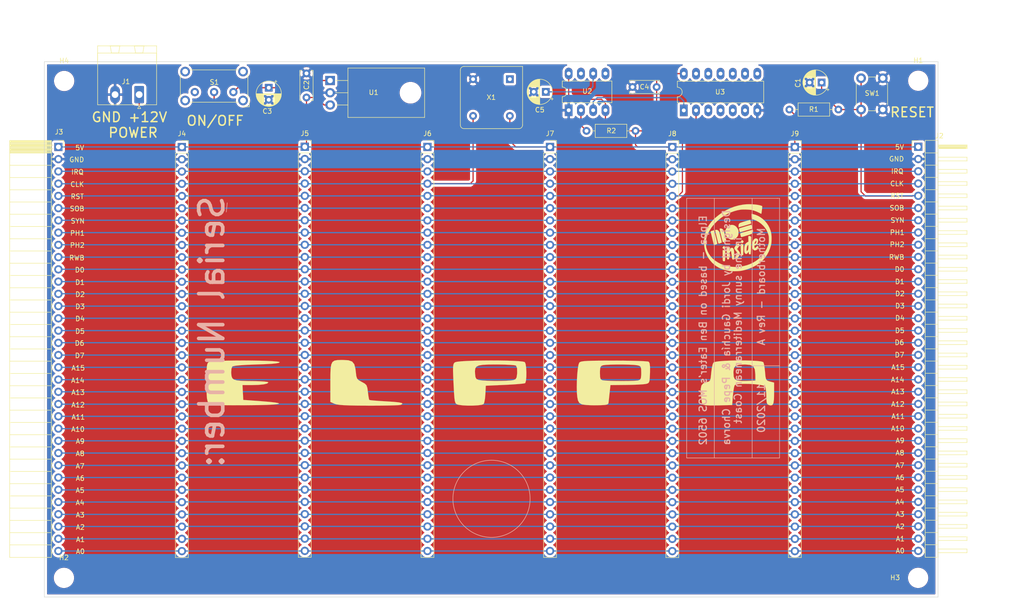
<source format=kicad_pcb>
(kicad_pcb (version 20171130) (host pcbnew "(5.1.5-0)")
  (layers (0 F.Cu signal) (31 B.Cu signal) (34 B.Paste user) (35 F.Paste user) (36 B.SilkS user) (37 F.SilkS user) (38 B.Mask user) (39 F.Mask user) (44 Edge.Cuts user))
  (net 0 "")
  (net 1 /RESET)
  (net 2 GND)
  (net 3 +5V)
  (net 4 "Net-(C3-Pad1)")
  (net 5 "Net-(C5-Pad1)")
  (net 6 "Net-(J1-Pad1)")
  (net 7 /IRQ)
  (net 8 /CLK)
  (net 9 /SOB)
  (net 10 /SYNC)
  (net 11 /PHI1)
  (net 12 /PHI2)
  (net 13 /RWB)
  (net 14 /D0)
  (net 15 /D1)
  (net 16 /D2)
  (net 17 /D3)
  (net 18 /D4)
  (net 19 /D5)
  (net 20 /D6)
  (net 21 /D7)
  (net 22 /A15)
  (net 23 /A14)
  (net 24 /A13)
  (net 25 /A12)
  (net 26 /A11)
  (net 27 /A10)
  (net 28 /A9)
  (net 29 /A8)
  (net 30 /A7)
  (net 31 /A6)
  (net 32 /A5)
  (net 33 /A4)
  (net 34 /A3)
  (net 35 /A2)
  (net 36 /A1)
  (net 37 /A0)
  (net 38 "Net-(R2-Pad1)")
  (net 39 "Net-(U2-Pad3)")
  (module Resistor_THT:R_Axial_DIN0207_L6.3mm_D2.5mm_P10.16mm_Horizontal (layer F.Cu) (at 207.5 59.75 180)
    (fp_text reference R1 (at 5.1 0.05) (layer F.SilkS))
    (fp_text value 1KΩ)
    (pad 1 thru_hole circle (at 0 0 180) (size 1.6 1.6) (drill 0.8) (layers *.Cu *.Mask) (net 1 /RESET))
    (pad 2 thru_hole oval (at 10.16 0 180) (size 1.6 1.6) (drill 0.8) (layers *.Cu *.Mask) (net 3 +5V))
  )
  (module Package_DIP:DIP-14_W7.62mm_LongPads (layer F.Cu) (at 175.45 59.925 90)
    (fp_text reference U3 (at 3.825 7.525 180) (layer F.SilkS))
    (fp_text value 74LS05)
    (pad 1 thru_hole rect (at 0 0 90) (size 2.4 1.6) (drill 0.8) (layers *.Cu *.Mask) (net 39 "Net-(U2-Pad3)"))
    (pad 8 thru_hole oval (at 7.62 15.24 90) (size 2.4 1.6) (drill 0.8) (layers *.Cu *.Mask))
    (pad 2 thru_hole oval (at 0 2.54 90) (size 2.4 1.6) (drill 0.8) (layers *.Cu *.Mask) (net 1 /RESET))
    (pad 9 thru_hole oval (at 7.62 12.7 90) (size 2.4 1.6) (drill 0.8) (layers *.Cu *.Mask))
    (pad 3 thru_hole oval (at 0 5.08 90) (size 2.4 1.6) (drill 0.8) (layers *.Cu *.Mask))
    (pad 10 thru_hole oval (at 7.62 10.16 90) (size 2.4 1.6) (drill 0.8) (layers *.Cu *.Mask))
    (pad 4 thru_hole oval (at 0 7.62 90) (size 2.4 1.6) (drill 0.8) (layers *.Cu *.Mask))
    (pad 11 thru_hole oval (at 7.62 7.62 90) (size 2.4 1.6) (drill 0.8) (layers *.Cu *.Mask))
    (pad 5 thru_hole oval (at 0 10.16 90) (size 2.4 1.6) (drill 0.8) (layers *.Cu *.Mask))
    (pad 12 thru_hole oval (at 7.62 5.08 90) (size 2.4 1.6) (drill 0.8) (layers *.Cu *.Mask))
    (pad 6 thru_hole oval (at 0 12.7 90) (size 2.4 1.6) (drill 0.8) (layers *.Cu *.Mask))
    (pad 13 thru_hole oval (at 7.62 2.54 90) (size 2.4 1.6) (drill 0.8) (layers *.Cu *.Mask))
    (pad 7 thru_hole oval (at 0 15.24 90) (size 2.4 1.6) (drill 0.8) (layers *.Cu *.Mask) (net 2 GND))
    (pad 14 thru_hole oval (at 7.62 0 90) (size 2.4 1.6) (drill 0.8) (layers *.Cu *.Mask) (net 3 +5V))
  )
  (module Package_TO_SOT_THT:TO-220-3_Horizontal_TabDown (layer F.Cu) (at 102.15 53.725 270)
    (fp_text reference U1 (at 2.475 -9.025 180) (layer F.SilkS))
    (fp_text value L7805CV)
    (pad "" np_thru_hole oval (at 2.54 -16.66 270) (size 3.5 3.5) (drill 3.5) (layers *.Cu *.Mask))
    (pad 1 thru_hole rect (at 0 0 270) (size 1.905 2) (drill 1.1) (layers *.Cu *.Mask) (net 4 "Net-(C3-Pad1)"))
    (pad 2 thru_hole oval (at 2.54 0 270) (size 1.905 2) (drill 1.1) (layers *.Cu *.Mask) (net 2 GND))
    (pad 3 thru_hole oval (at 5.08 0 270) (size 1.905 2) (drill 1.1) (layers *.Cu *.Mask) (net 3 +5V))
  )
  (module Capacitor_THT:CP_Radial_D5.0mm_P2.50mm (layer F.Cu) (at 146.85 56.075 180)
    (fp_text reference C5 (at 1.25 -3.75) (layer F.SilkS))
    (fp_text value 0.1µF)
    (pad 2 thru_hole circle (at 2.5 0 180) (size 1.6 1.6) (drill 0.8) (layers *.Cu *.Mask) (net 2 GND))
    (pad 1 thru_hole rect (at 0 0 180) (size 1.6 1.6) (drill 0.8) (layers *.Cu *.Mask) (net 5 "Net-(C5-Pad1)"))
  )
  (module Package_DIP:DIP-8_W7.62mm_LongPads (layer F.Cu) (at 151.595 59.895 90)
    (fp_text reference U2 (at 3.945 3.855 180) (layer F.SilkS))
    (fp_text value LM555CN_NOPB)
    (pad 1 thru_hole rect (at 0 0 90) (size 2.4 1.6) (drill 0.8) (layers *.Cu *.Mask) (net 2 GND))
    (pad 5 thru_hole oval (at 7.62 7.62 90) (size 2.4 1.6) (drill 0.8) (layers *.Cu *.Mask))
    (pad 2 thru_hole oval (at 0 2.54 90) (size 2.4 1.6) (drill 0.8) (layers *.Cu *.Mask) (net 38 "Net-(R2-Pad1)"))
    (pad 6 thru_hole oval (at 7.62 5.08 90) (size 2.4 1.6) (drill 0.8) (layers *.Cu *.Mask) (net 5 "Net-(C5-Pad1)"))
    (pad 3 thru_hole oval (at 0 5.08 90) (size 2.4 1.6) (drill 0.8) (layers *.Cu *.Mask) (net 39 "Net-(U2-Pad3)"))
    (pad 7 thru_hole oval (at 7.62 2.54 90) (size 2.4 1.6) (drill 0.8) (layers *.Cu *.Mask))
    (pad 4 thru_hole oval (at 0 7.62 90) (size 2.4 1.6) (drill 0.8) (layers *.Cu *.Mask) (net 3 +5V))
    (pad 8 thru_hole oval (at 7.62 0 90) (size 2.4 1.6) (drill 0.8) (layers *.Cu *.Mask) (net 3 +5V))
  )
  (module logos:letras2 (layer F.Cu) (at 135.35 116.375)
    (fp_text reference G*** hide)
    (fp_text value LOGO hide)
  )
  (module Button_Switch_THT:SW_PUSH_6mm_H4.3mm (layer F.Cu) (at 216.7 53.25 270)
    (fp_text reference SW1 (at 3.125 2.2 180) (layer F.SilkS))
    (fp_text value SW_Push)
    (pad 2 thru_hole circle (at 0 4.5) (size 2 2) (drill 1.1) (layers *.Cu *.Mask) (net 1 /RESET))
    (pad 1 thru_hole circle (at 0 0) (size 2 2) (drill 1.1) (layers *.Cu *.Mask) (net 2 GND))
    (pad 2 thru_hole circle (at 6.5 4.5) (size 2 2) (drill 1.1) (layers *.Cu *.Mask) (net 1 /RESET))
    (pad 1 thru_hole circle (at 6.5 0) (size 2 2) (drill 1.1) (layers *.Cu *.Mask) (net 2 GND))
  )
  (module logos:logo_mosinside_bueno (layer F.Cu) (at 186.65 86.35)
    (fp_text reference G*** hide)
    (fp_text value LOGO hide)
  )
  (module Button_Switch_THT:SW_E-Switch_EG1224_SPDT_Angled (layer F.Cu) (at 82.1 56.125 180)
    (fp_text reference S1 (at 3.95 2.05) (layer F.SilkS))
    (fp_text value EG1218)
    (pad "" thru_hole circle (at -2 -1.75 180) (size 2 2) (drill 1.2) (layers *.Cu *.Mask))
    (pad "" thru_hole circle (at 10 -1.75 180) (size 2 2) (drill 1.2) (layers *.Cu *.Mask))
    (pad "" thru_hole circle (at 10 4.25 180) (size 2 2) (drill 1.2) (layers *.Cu *.Mask))
    (pad "" thru_hole circle (at -2 4.25 180) (size 2 2) (drill 1.2) (layers *.Cu *.Mask))
    (pad 1 thru_hole circle (at 0 0 180) (size 1.7 1.7) (drill 0.9) (layers *.Cu *.Mask) (net 4 "Net-(C3-Pad1)"))
    (pad 2 thru_hole circle (at 4 0 180) (size 1.7 1.7) (drill 0.9) (layers *.Cu *.Mask) (net 6 "Net-(J1-Pad1)"))
    (pad 3 thru_hole circle (at 8 0 180) (size 1.7 1.7) (drill 0.9) (layers *.Cu *.Mask))
  )
  (module Connector_Phoenix_MSTB:PhoenixContact_MSTBA_2,5_2-G_1x02_P5.00mm_Horizontal (layer F.Cu) (at 62.575 56.65 180)
    (fp_text reference J1 (at 2.75 2.7) (layer F.SilkS))
    (fp_text value Screw_Terminal_01x02)
    (pad 1 thru_hole roundrect (at 0 0 180) (size 2 3.6) (drill 1.4) (layers *.Cu *.Mask) (roundrect_rratio 0.125) (net 6 "Net-(J1-Pad1)"))
    (pad 2 thru_hole oval (at 5 0 180) (size 2 3.6) (drill 1.4) (layers *.Cu *.Mask) (net 2 GND))
  )
  (module Capacitor_THT:C_Disc_D6.0mm_W2.5mm_P5.00mm (layer F.Cu) (at 97.25 57.25 90)
    (fp_text reference C2 (at 2.575 0 270) (layer F.SilkS))
    (fp_text value 100µF)
    (pad 1 thru_hole circle (at 0 0 90) (size 1.6 1.6) (drill 0.8) (layers *.Cu *.Mask) (net 3 +5V))
    (pad 2 thru_hole circle (at 5 0 90) (size 1.6 1.6) (drill 0.8) (layers *.Cu *.Mask) (net 2 GND))
  )
  (module Capacitor_THT:CP_Radial_D5.0mm_P2.50mm (layer F.Cu) (at 89.425 55.225 270)
    (fp_text reference C3 (at 4.875 0.3 180) (layer F.SilkS))
    (fp_text value CP)
    (pad 1 thru_hole rect (at 0 0 270) (size 1.6 1.6) (drill 0.8) (layers *.Cu *.Mask) (net 4 "Net-(C3-Pad1)"))
    (pad 2 thru_hole circle (at 2.5 0 270) (size 1.6 1.6) (drill 0.8) (layers *.Cu *.Mask) (net 2 GND))
  )
  (module Capacitor_THT:C_Disc_D6.0mm_W2.5mm_P5.00mm (layer F.Cu) (at 169.825 55.075 180)
    (fp_text reference C4 (at 2.525 0.025) (layer F.SilkS))
    (fp_text value 0.1µF)
    (pad 2 thru_hole circle (at 5 0 180) (size 1.6 1.6) (drill 0.8) (layers *.Cu *.Mask) (net 2 GND))
    (pad 1 thru_hole circle (at 0 0 180) (size 1.6 1.6) (drill 0.8) (layers *.Cu *.Mask) (net 3 +5V))
  )
  (module Connector_PinSocket_2.54mm:PinSocket_1x34_P2.54mm_Vertical (layer F.Cu) (at 71.425 67.53)
    (fp_text reference J4 (at 0 -2.77) (layer F.SilkS))
    (fp_text value Conn_01x34_Female)
    (pad 1 thru_hole rect (at 0 0) (size 1.7 1.7) (drill 1) (layers *.Cu *.Mask) (net 3 +5V))
    (pad 2 thru_hole oval (at 0 2.54) (size 1.7 1.7) (drill 1) (layers *.Cu *.Mask) (net 2 GND))
    (pad 3 thru_hole oval (at 0 5.08) (size 1.7 1.7) (drill 1) (layers *.Cu *.Mask) (net 7 /IRQ))
    (pad 4 thru_hole oval (at 0 7.62) (size 1.7 1.7) (drill 1) (layers *.Cu *.Mask) (net 8 /CLK))
    (pad 5 thru_hole oval (at 0 10.16) (size 1.7 1.7) (drill 1) (layers *.Cu *.Mask) (net 1 /RESET))
    (pad 6 thru_hole oval (at 0 12.7) (size 1.7 1.7) (drill 1) (layers *.Cu *.Mask) (net 9 /SOB))
    (pad 7 thru_hole oval (at 0 15.24) (size 1.7 1.7) (drill 1) (layers *.Cu *.Mask) (net 10 /SYNC))
    (pad 8 thru_hole oval (at 0 17.78) (size 1.7 1.7) (drill 1) (layers *.Cu *.Mask) (net 11 /PHI1))
    (pad 9 thru_hole oval (at 0 20.32) (size 1.7 1.7) (drill 1) (layers *.Cu *.Mask) (net 12 /PHI2))
    (pad 10 thru_hole oval (at 0 22.86) (size 1.7 1.7) (drill 1) (layers *.Cu *.Mask) (net 13 /RWB))
    (pad 11 thru_hole oval (at 0 25.4) (size 1.7 1.7) (drill 1) (layers *.Cu *.Mask) (net 14 /D0))
    (pad 12 thru_hole oval (at 0 27.94) (size 1.7 1.7) (drill 1) (layers *.Cu *.Mask) (net 15 /D1))
    (pad 13 thru_hole oval (at 0 30.48) (size 1.7 1.7) (drill 1) (layers *.Cu *.Mask) (net 16 /D2))
    (pad 14 thru_hole oval (at 0 33.02) (size 1.7 1.7) (drill 1) (layers *.Cu *.Mask) (net 17 /D3))
    (pad 15 thru_hole oval (at 0 35.56) (size 1.7 1.7) (drill 1) (layers *.Cu *.Mask) (net 18 /D4))
    (pad 16 thru_hole oval (at 0 38.1) (size 1.7 1.7) (drill 1) (layers *.Cu *.Mask) (net 19 /D5))
    (pad 17 thru_hole oval (at 0 40.64) (size 1.7 1.7) (drill 1) (layers *.Cu *.Mask) (net 20 /D6))
    (pad 18 thru_hole oval (at 0 43.18) (size 1.7 1.7) (drill 1) (layers *.Cu *.Mask) (net 21 /D7))
    (pad 19 thru_hole oval (at 0 45.72) (size 1.7 1.7) (drill 1) (layers *.Cu *.Mask) (net 22 /A15))
    (pad 20 thru_hole oval (at 0 48.26) (size 1.7 1.7) (drill 1) (layers *.Cu *.Mask) (net 23 /A14))
    (pad 21 thru_hole oval (at 0 50.8) (size 1.7 1.7) (drill 1) (layers *.Cu *.Mask) (net 24 /A13))
    (pad 22 thru_hole oval (at 0 53.34) (size 1.7 1.7) (drill 1) (layers *.Cu *.Mask) (net 25 /A12))
    (pad 23 thru_hole oval (at 0 55.88) (size 1.7 1.7) (drill 1) (layers *.Cu *.Mask) (net 26 /A11))
    (pad 24 thru_hole oval (at 0 58.42) (size 1.7 1.7) (drill 1) (layers *.Cu *.Mask) (net 27 /A10))
    (pad 25 thru_hole oval (at 0 60.96) (size 1.7 1.7) (drill 1) (layers *.Cu *.Mask) (net 28 /A9))
    (pad 26 thru_hole oval (at 0 63.5) (size 1.7 1.7) (drill 1) (layers *.Cu *.Mask) (net 29 /A8))
    (pad 27 thru_hole oval (at 0 66.04) (size 1.7 1.7) (drill 1) (layers *.Cu *.Mask) (net 30 /A7))
    (pad 28 thru_hole oval (at 0 68.58) (size 1.7 1.7) (drill 1) (layers *.Cu *.Mask) (net 31 /A6))
    (pad 29 thru_hole oval (at 0 71.12) (size 1.7 1.7) (drill 1) (layers *.Cu *.Mask) (net 32 /A5))
    (pad 30 thru_hole oval (at 0 73.66) (size 1.7 1.7) (drill 1) (layers *.Cu *.Mask) (net 33 /A4))
    (pad 31 thru_hole oval (at 0 76.2) (size 1.7 1.7) (drill 1) (layers *.Cu *.Mask) (net 34 /A3))
    (pad 32 thru_hole oval (at 0 78.74) (size 1.7 1.7) (drill 1) (layers *.Cu *.Mask) (net 35 /A2))
    (pad 33 thru_hole oval (at 0 81.28) (size 1.7 1.7) (drill 1) (layers *.Cu *.Mask) (net 36 /A1))
    (pad 34 thru_hole oval (at 0 83.82) (size 1.7 1.7) (drill 1) (layers *.Cu *.Mask) (net 37 /A0))
  )
  (module Resistor_THT:R_Axial_DIN0207_L6.3mm_D2.5mm_P10.16mm_Horizontal (layer F.Cu) (at 155.29 64.175)
    (fp_text reference R2 (at 5.135 -0.025) (layer F.SilkS))
    (fp_text value 1MΩ)
    (pad 2 thru_hole oval (at 10.16 0) (size 1.6 1.6) (drill 0.8) (layers *.Cu *.Mask) (net 3 +5V))
    (pad 1 thru_hole circle (at 0 0) (size 1.6 1.6) (drill 0.8) (layers *.Cu *.Mask) (net 38 "Net-(R2-Pad1)"))
  )
  (module Oscillator:Oscillator_DIP-8 (layer F.Cu) (at 139.4 53.45 180)
    (fp_text reference X1 (at 3.85 -3.775) (layer F.SilkS))
    (fp_text value CXO_DIP8)
    (pad 1 thru_hole rect (at 0 0 180) (size 1.6 1.6) (drill 0.8) (layers *.Cu *.Mask))
    (pad 8 thru_hole circle (at 0 -7.62 180) (size 1.6 1.6) (drill 0.8) (layers *.Cu *.Mask) (net 3 +5V))
    (pad 5 thru_hole circle (at 7.62 -7.62 180) (size 1.6 1.6) (drill 0.8) (layers *.Cu *.Mask) (net 8 /CLK))
    (pad 4 thru_hole circle (at 7.62 0 180) (size 1.6 1.6) (drill 0.8) (layers *.Cu *.Mask) (net 2 GND))
  )
  (module Connector_PinSocket_2.54mm:PinSocket_1x34_P2.54mm_Vertical (layer F.Cu) (at 96.9 67.48)
    (fp_text reference J5 (at 0 -2.77) (layer F.SilkS))
    (fp_text value Conn_01x34_Female)
    (pad 34 thru_hole oval (at 0 83.82) (size 1.7 1.7) (drill 1) (layers *.Cu *.Mask) (net 37 /A0))
    (pad 33 thru_hole oval (at 0 81.28) (size 1.7 1.7) (drill 1) (layers *.Cu *.Mask) (net 36 /A1))
    (pad 32 thru_hole oval (at 0 78.74) (size 1.7 1.7) (drill 1) (layers *.Cu *.Mask) (net 35 /A2))
    (pad 31 thru_hole oval (at 0 76.2) (size 1.7 1.7) (drill 1) (layers *.Cu *.Mask) (net 34 /A3))
    (pad 30 thru_hole oval (at 0 73.66) (size 1.7 1.7) (drill 1) (layers *.Cu *.Mask) (net 33 /A4))
    (pad 29 thru_hole oval (at 0 71.12) (size 1.7 1.7) (drill 1) (layers *.Cu *.Mask) (net 32 /A5))
    (pad 28 thru_hole oval (at 0 68.58) (size 1.7 1.7) (drill 1) (layers *.Cu *.Mask) (net 31 /A6))
    (pad 27 thru_hole oval (at 0 66.04) (size 1.7 1.7) (drill 1) (layers *.Cu *.Mask) (net 30 /A7))
    (pad 26 thru_hole oval (at 0 63.5) (size 1.7 1.7) (drill 1) (layers *.Cu *.Mask) (net 29 /A8))
    (pad 25 thru_hole oval (at 0 60.96) (size 1.7 1.7) (drill 1) (layers *.Cu *.Mask) (net 28 /A9))
    (pad 24 thru_hole oval (at 0 58.42) (size 1.7 1.7) (drill 1) (layers *.Cu *.Mask) (net 27 /A10))
    (pad 23 thru_hole oval (at 0 55.88) (size 1.7 1.7) (drill 1) (layers *.Cu *.Mask) (net 26 /A11))
    (pad 22 thru_hole oval (at 0 53.34) (size 1.7 1.7) (drill 1) (layers *.Cu *.Mask) (net 25 /A12))
    (pad 21 thru_hole oval (at 0 50.8) (size 1.7 1.7) (drill 1) (layers *.Cu *.Mask) (net 24 /A13))
    (pad 20 thru_hole oval (at 0 48.26) (size 1.7 1.7) (drill 1) (layers *.Cu *.Mask) (net 23 /A14))
    (pad 19 thru_hole oval (at 0 45.72) (size 1.7 1.7) (drill 1) (layers *.Cu *.Mask) (net 22 /A15))
    (pad 18 thru_hole oval (at 0 43.18) (size 1.7 1.7) (drill 1) (layers *.Cu *.Mask) (net 21 /D7))
    (pad 17 thru_hole oval (at 0 40.64) (size 1.7 1.7) (drill 1) (layers *.Cu *.Mask) (net 20 /D6))
    (pad 16 thru_hole oval (at 0 38.1) (size 1.7 1.7) (drill 1) (layers *.Cu *.Mask) (net 19 /D5))
    (pad 15 thru_hole oval (at 0 35.56) (size 1.7 1.7) (drill 1) (layers *.Cu *.Mask) (net 18 /D4))
    (pad 14 thru_hole oval (at 0 33.02) (size 1.7 1.7) (drill 1) (layers *.Cu *.Mask) (net 17 /D3))
    (pad 13 thru_hole oval (at 0 30.48) (size 1.7 1.7) (drill 1) (layers *.Cu *.Mask) (net 16 /D2))
    (pad 12 thru_hole oval (at 0 27.94) (size 1.7 1.7) (drill 1) (layers *.Cu *.Mask) (net 15 /D1))
    (pad 11 thru_hole oval (at 0 25.4) (size 1.7 1.7) (drill 1) (layers *.Cu *.Mask) (net 14 /D0))
    (pad 10 thru_hole oval (at 0 22.86) (size 1.7 1.7) (drill 1) (layers *.Cu *.Mask) (net 13 /RWB))
    (pad 9 thru_hole oval (at 0 20.32) (size 1.7 1.7) (drill 1) (layers *.Cu *.Mask) (net 12 /PHI2))
    (pad 8 thru_hole oval (at 0 17.78) (size 1.7 1.7) (drill 1) (layers *.Cu *.Mask) (net 11 /PHI1))
    (pad 7 thru_hole oval (at 0 15.24) (size 1.7 1.7) (drill 1) (layers *.Cu *.Mask) (net 10 /SYNC))
    (pad 6 thru_hole oval (at 0 12.7) (size 1.7 1.7) (drill 1) (layers *.Cu *.Mask) (net 9 /SOB))
    (pad 5 thru_hole oval (at 0 10.16) (size 1.7 1.7) (drill 1) (layers *.Cu *.Mask) (net 1 /RESET))
    (pad 4 thru_hole oval (at 0 7.62) (size 1.7 1.7) (drill 1) (layers *.Cu *.Mask) (net 8 /CLK))
    (pad 3 thru_hole oval (at 0 5.08) (size 1.7 1.7) (drill 1) (layers *.Cu *.Mask) (net 7 /IRQ))
    (pad 2 thru_hole oval (at 0 2.54) (size 1.7 1.7) (drill 1) (layers *.Cu *.Mask) (net 2 GND))
    (pad 1 thru_hole rect (at 0 0) (size 1.7 1.7) (drill 1) (layers *.Cu *.Mask) (net 3 +5V))
  )
  (module Connector_PinSocket_2.54mm:PinSocket_1x34_P2.54mm_Vertical (layer F.Cu) (at 122.325 67.505)
    (fp_text reference J6 (at 0 -2.77) (layer F.SilkS))
    (fp_text value Conn_01x34_Female)
    (pad 1 thru_hole rect (at 0 0) (size 1.7 1.7) (drill 1) (layers *.Cu *.Mask) (net 3 +5V))
    (pad 2 thru_hole oval (at 0 2.54) (size 1.7 1.7) (drill 1) (layers *.Cu *.Mask) (net 2 GND))
    (pad 3 thru_hole oval (at 0 5.08) (size 1.7 1.7) (drill 1) (layers *.Cu *.Mask) (net 7 /IRQ))
    (pad 4 thru_hole oval (at 0 7.62) (size 1.7 1.7) (drill 1) (layers *.Cu *.Mask) (net 8 /CLK))
    (pad 5 thru_hole oval (at 0 10.16) (size 1.7 1.7) (drill 1) (layers *.Cu *.Mask) (net 1 /RESET))
    (pad 6 thru_hole oval (at 0 12.7) (size 1.7 1.7) (drill 1) (layers *.Cu *.Mask) (net 9 /SOB))
    (pad 7 thru_hole oval (at 0 15.24) (size 1.7 1.7) (drill 1) (layers *.Cu *.Mask) (net 10 /SYNC))
    (pad 8 thru_hole oval (at 0 17.78) (size 1.7 1.7) (drill 1) (layers *.Cu *.Mask) (net 11 /PHI1))
    (pad 9 thru_hole oval (at 0 20.32) (size 1.7 1.7) (drill 1) (layers *.Cu *.Mask) (net 12 /PHI2))
    (pad 10 thru_hole oval (at 0 22.86) (size 1.7 1.7) (drill 1) (layers *.Cu *.Mask) (net 13 /RWB))
    (pad 11 thru_hole oval (at 0 25.4) (size 1.7 1.7) (drill 1) (layers *.Cu *.Mask) (net 14 /D0))
    (pad 12 thru_hole oval (at 0 27.94) (size 1.7 1.7) (drill 1) (layers *.Cu *.Mask) (net 15 /D1))
    (pad 13 thru_hole oval (at 0 30.48) (size 1.7 1.7) (drill 1) (layers *.Cu *.Mask) (net 16 /D2))
    (pad 14 thru_hole oval (at 0 33.02) (size 1.7 1.7) (drill 1) (layers *.Cu *.Mask) (net 17 /D3))
    (pad 15 thru_hole oval (at 0 35.56) (size 1.7 1.7) (drill 1) (layers *.Cu *.Mask) (net 18 /D4))
    (pad 16 thru_hole oval (at 0 38.1) (size 1.7 1.7) (drill 1) (layers *.Cu *.Mask) (net 19 /D5))
    (pad 17 thru_hole oval (at 0 40.64) (size 1.7 1.7) (drill 1) (layers *.Cu *.Mask) (net 20 /D6))
    (pad 18 thru_hole oval (at 0 43.18) (size 1.7 1.7) (drill 1) (layers *.Cu *.Mask) (net 21 /D7))
    (pad 19 thru_hole oval (at 0 45.72) (size 1.7 1.7) (drill 1) (layers *.Cu *.Mask) (net 22 /A15))
    (pad 20 thru_hole oval (at 0 48.26) (size 1.7 1.7) (drill 1) (layers *.Cu *.Mask) (net 23 /A14))
    (pad 21 thru_hole oval (at 0 50.8) (size 1.7 1.7) (drill 1) (layers *.Cu *.Mask) (net 24 /A13))
    (pad 22 thru_hole oval (at 0 53.34) (size 1.7 1.7) (drill 1) (layers *.Cu *.Mask) (net 25 /A12))
    (pad 23 thru_hole oval (at 0 55.88) (size 1.7 1.7) (drill 1) (layers *.Cu *.Mask) (net 26 /A11))
    (pad 24 thru_hole oval (at 0 58.42) (size 1.7 1.7) (drill 1) (layers *.Cu *.Mask) (net 27 /A10))
    (pad 25 thru_hole oval (at 0 60.96) (size 1.7 1.7) (drill 1) (layers *.Cu *.Mask) (net 28 /A9))
    (pad 26 thru_hole oval (at 0 63.5) (size 1.7 1.7) (drill 1) (layers *.Cu *.Mask) (net 29 /A8))
    (pad 27 thru_hole oval (at 0 66.04) (size 1.7 1.7) (drill 1) (layers *.Cu *.Mask) (net 30 /A7))
    (pad 28 thru_hole oval (at 0 68.58) (size 1.7 1.7) (drill 1) (layers *.Cu *.Mask) (net 31 /A6))
    (pad 29 thru_hole oval (at 0 71.12) (size 1.7 1.7) (drill 1) (layers *.Cu *.Mask) (net 32 /A5))
    (pad 30 thru_hole oval (at 0 73.66) (size 1.7 1.7) (drill 1) (layers *.Cu *.Mask) (net 33 /A4))
    (pad 31 thru_hole oval (at 0 76.2) (size 1.7 1.7) (drill 1) (layers *.Cu *.Mask) (net 34 /A3))
    (pad 32 thru_hole oval (at 0 78.74) (size 1.7 1.7) (drill 1) (layers *.Cu *.Mask) (net 35 /A2))
    (pad 33 thru_hole oval (at 0 81.28) (size 1.7 1.7) (drill 1) (layers *.Cu *.Mask) (net 36 /A1))
    (pad 34 thru_hole oval (at 0 83.82) (size 1.7 1.7) (drill 1) (layers *.Cu *.Mask) (net 37 /A0))
  )
  (module Connector_PinSocket_2.54mm:PinSocket_1x34_P2.54mm_Vertical (layer F.Cu) (at 147.725 67.505)
    (fp_text reference J7 (at 0 -2.77) (layer F.SilkS))
    (fp_text value Conn_01x34_Female)
    (pad 34 thru_hole oval (at 0 83.82) (size 1.7 1.7) (drill 1) (layers *.Cu *.Mask) (net 37 /A0))
    (pad 33 thru_hole oval (at 0 81.28) (size 1.7 1.7) (drill 1) (layers *.Cu *.Mask) (net 36 /A1))
    (pad 32 thru_hole oval (at 0 78.74) (size 1.7 1.7) (drill 1) (layers *.Cu *.Mask) (net 35 /A2))
    (pad 31 thru_hole oval (at 0 76.2) (size 1.7 1.7) (drill 1) (layers *.Cu *.Mask) (net 34 /A3))
    (pad 30 thru_hole oval (at 0 73.66) (size 1.7 1.7) (drill 1) (layers *.Cu *.Mask) (net 33 /A4))
    (pad 29 thru_hole oval (at 0 71.12) (size 1.7 1.7) (drill 1) (layers *.Cu *.Mask) (net 32 /A5))
    (pad 28 thru_hole oval (at 0 68.58) (size 1.7 1.7) (drill 1) (layers *.Cu *.Mask) (net 31 /A6))
    (pad 27 thru_hole oval (at 0 66.04) (size 1.7 1.7) (drill 1) (layers *.Cu *.Mask) (net 30 /A7))
    (pad 26 thru_hole oval (at 0 63.5) (size 1.7 1.7) (drill 1) (layers *.Cu *.Mask) (net 29 /A8))
    (pad 25 thru_hole oval (at 0 60.96) (size 1.7 1.7) (drill 1) (layers *.Cu *.Mask) (net 28 /A9))
    (pad 24 thru_hole oval (at 0 58.42) (size 1.7 1.7) (drill 1) (layers *.Cu *.Mask) (net 27 /A10))
    (pad 23 thru_hole oval (at 0 55.88) (size 1.7 1.7) (drill 1) (layers *.Cu *.Mask) (net 26 /A11))
    (pad 22 thru_hole oval (at 0 53.34) (size 1.7 1.7) (drill 1) (layers *.Cu *.Mask) (net 25 /A12))
    (pad 21 thru_hole oval (at 0 50.8) (size 1.7 1.7) (drill 1) (layers *.Cu *.Mask) (net 24 /A13))
    (pad 20 thru_hole oval (at 0 48.26) (size 1.7 1.7) (drill 1) (layers *.Cu *.Mask) (net 23 /A14))
    (pad 19 thru_hole oval (at 0 45.72) (size 1.7 1.7) (drill 1) (layers *.Cu *.Mask) (net 22 /A15))
    (pad 18 thru_hole oval (at 0 43.18) (size 1.7 1.7) (drill 1) (layers *.Cu *.Mask) (net 21 /D7))
    (pad 17 thru_hole oval (at 0 40.64) (size 1.7 1.7) (drill 1) (layers *.Cu *.Mask) (net 20 /D6))
    (pad 16 thru_hole oval (at 0 38.1) (size 1.7 1.7) (drill 1) (layers *.Cu *.Mask) (net 19 /D5))
    (pad 15 thru_hole oval (at 0 35.56) (size 1.7 1.7) (drill 1) (layers *.Cu *.Mask) (net 18 /D4))
    (pad 14 thru_hole oval (at 0 33.02) (size 1.7 1.7) (drill 1) (layers *.Cu *.Mask) (net 17 /D3))
    (pad 13 thru_hole oval (at 0 30.48) (size 1.7 1.7) (drill 1) (layers *.Cu *.Mask) (net 16 /D2))
    (pad 12 thru_hole oval (at 0 27.94) (size 1.7 1.7) (drill 1) (layers *.Cu *.Mask) (net 15 /D1))
    (pad 11 thru_hole oval (at 0 25.4) (size 1.7 1.7) (drill 1) (layers *.Cu *.Mask) (net 14 /D0))
    (pad 10 thru_hole oval (at 0 22.86) (size 1.7 1.7) (drill 1) (layers *.Cu *.Mask) (net 13 /RWB))
    (pad 9 thru_hole oval (at 0 20.32) (size 1.7 1.7) (drill 1) (layers *.Cu *.Mask) (net 12 /PHI2))
    (pad 8 thru_hole oval (at 0 17.78) (size 1.7 1.7) (drill 1) (layers *.Cu *.Mask) (net 11 /PHI1))
    (pad 7 thru_hole oval (at 0 15.24) (size 1.7 1.7) (drill 1) (layers *.Cu *.Mask) (net 10 /SYNC))
    (pad 6 thru_hole oval (at 0 12.7) (size 1.7 1.7) (drill 1) (layers *.Cu *.Mask) (net 9 /SOB))
    (pad 5 thru_hole oval (at 0 10.16) (size 1.7 1.7) (drill 1) (layers *.Cu *.Mask) (net 1 /RESET))
    (pad 4 thru_hole oval (at 0 7.62) (size 1.7 1.7) (drill 1) (layers *.Cu *.Mask) (net 8 /CLK))
    (pad 3 thru_hole oval (at 0 5.08) (size 1.7 1.7) (drill 1) (layers *.Cu *.Mask) (net 7 /IRQ))
    (pad 2 thru_hole oval (at 0 2.54) (size 1.7 1.7) (drill 1) (layers *.Cu *.Mask) (net 2 GND))
    (pad 1 thru_hole rect (at 0 0) (size 1.7 1.7) (drill 1) (layers *.Cu *.Mask) (net 3 +5V))
  )
  (module Connector_PinSocket_2.54mm:PinSocket_1x34_P2.54mm_Vertical (layer F.Cu) (at 173.075 67.53)
    (fp_text reference J8 (at 0 -2.77) (layer F.SilkS))
    (fp_text value Conn_01x34_Female)
    (pad 1 thru_hole rect (at 0 0) (size 1.7 1.7) (drill 1) (layers *.Cu *.Mask) (net 3 +5V))
    (pad 2 thru_hole oval (at 0 2.54) (size 1.7 1.7) (drill 1) (layers *.Cu *.Mask) (net 2 GND))
    (pad 3 thru_hole oval (at 0 5.08) (size 1.7 1.7) (drill 1) (layers *.Cu *.Mask) (net 7 /IRQ))
    (pad 4 thru_hole oval (at 0 7.62) (size 1.7 1.7) (drill 1) (layers *.Cu *.Mask) (net 8 /CLK))
    (pad 5 thru_hole oval (at 0 10.16) (size 1.7 1.7) (drill 1) (layers *.Cu *.Mask) (net 1 /RESET))
    (pad 6 thru_hole oval (at 0 12.7) (size 1.7 1.7) (drill 1) (layers *.Cu *.Mask) (net 9 /SOB))
    (pad 7 thru_hole oval (at 0 15.24) (size 1.7 1.7) (drill 1) (layers *.Cu *.Mask) (net 10 /SYNC))
    (pad 8 thru_hole oval (at 0 17.78) (size 1.7 1.7) (drill 1) (layers *.Cu *.Mask) (net 11 /PHI1))
    (pad 9 thru_hole oval (at 0 20.32) (size 1.7 1.7) (drill 1) (layers *.Cu *.Mask) (net 12 /PHI2))
    (pad 10 thru_hole oval (at 0 22.86) (size 1.7 1.7) (drill 1) (layers *.Cu *.Mask) (net 13 /RWB))
    (pad 11 thru_hole oval (at 0 25.4) (size 1.7 1.7) (drill 1) (layers *.Cu *.Mask) (net 14 /D0))
    (pad 12 thru_hole oval (at 0 27.94) (size 1.7 1.7) (drill 1) (layers *.Cu *.Mask) (net 15 /D1))
    (pad 13 thru_hole oval (at 0 30.48) (size 1.7 1.7) (drill 1) (layers *.Cu *.Mask) (net 16 /D2))
    (pad 14 thru_hole oval (at 0 33.02) (size 1.7 1.7) (drill 1) (layers *.Cu *.Mask) (net 17 /D3))
    (pad 15 thru_hole oval (at 0 35.56) (size 1.7 1.7) (drill 1) (layers *.Cu *.Mask) (net 18 /D4))
    (pad 16 thru_hole oval (at 0 38.1) (size 1.7 1.7) (drill 1) (layers *.Cu *.Mask) (net 19 /D5))
    (pad 17 thru_hole oval (at 0 40.64) (size 1.7 1.7) (drill 1) (layers *.Cu *.Mask) (net 20 /D6))
    (pad 18 thru_hole oval (at 0 43.18) (size 1.7 1.7) (drill 1) (layers *.Cu *.Mask) (net 21 /D7))
    (pad 19 thru_hole oval (at 0 45.72) (size 1.7 1.7) (drill 1) (layers *.Cu *.Mask) (net 22 /A15))
    (pad 20 thru_hole oval (at 0 48.26) (size 1.7 1.7) (drill 1) (layers *.Cu *.Mask) (net 23 /A14))
    (pad 21 thru_hole oval (at 0 50.8) (size 1.7 1.7) (drill 1) (layers *.Cu *.Mask) (net 24 /A13))
    (pad 22 thru_hole oval (at 0 53.34) (size 1.7 1.7) (drill 1) (layers *.Cu *.Mask) (net 25 /A12))
    (pad 23 thru_hole oval (at 0 55.88) (size 1.7 1.7) (drill 1) (layers *.Cu *.Mask) (net 26 /A11))
    (pad 24 thru_hole oval (at 0 58.42) (size 1.7 1.7) (drill 1) (layers *.Cu *.Mask) (net 27 /A10))
    (pad 25 thru_hole oval (at 0 60.96) (size 1.7 1.7) (drill 1) (layers *.Cu *.Mask) (net 28 /A9))
    (pad 26 thru_hole oval (at 0 63.5) (size 1.7 1.7) (drill 1) (layers *.Cu *.Mask) (net 29 /A8))
    (pad 27 thru_hole oval (at 0 66.04) (size 1.7 1.7) (drill 1) (layers *.Cu *.Mask) (net 30 /A7))
    (pad 28 thru_hole oval (at 0 68.58) (size 1.7 1.7) (drill 1) (layers *.Cu *.Mask) (net 31 /A6))
    (pad 29 thru_hole oval (at 0 71.12) (size 1.7 1.7) (drill 1) (layers *.Cu *.Mask) (net 32 /A5))
    (pad 30 thru_hole oval (at 0 73.66) (size 1.7 1.7) (drill 1) (layers *.Cu *.Mask) (net 33 /A4))
    (pad 31 thru_hole oval (at 0 76.2) (size 1.7 1.7) (drill 1) (layers *.Cu *.Mask) (net 34 /A3))
    (pad 32 thru_hole oval (at 0 78.74) (size 1.7 1.7) (drill 1) (layers *.Cu *.Mask) (net 35 /A2))
    (pad 33 thru_hole oval (at 0 81.28) (size 1.7 1.7) (drill 1) (layers *.Cu *.Mask) (net 36 /A1))
    (pad 34 thru_hole oval (at 0 83.82) (size 1.7 1.7) (drill 1) (layers *.Cu *.Mask) (net 37 /A0))
  )
  (module Connector_PinSocket_2.54mm:PinSocket_1x34_P2.54mm_Vertical (layer F.Cu) (at 198.475 67.53)
    (fp_text reference J9 (at 0 -2.77) (layer F.SilkS))
    (fp_text value Conn_01x34_Female)
    (pad 34 thru_hole oval (at 0 83.82) (size 1.7 1.7) (drill 1) (layers *.Cu *.Mask) (net 37 /A0))
    (pad 33 thru_hole oval (at 0 81.28) (size 1.7 1.7) (drill 1) (layers *.Cu *.Mask) (net 36 /A1))
    (pad 32 thru_hole oval (at 0 78.74) (size 1.7 1.7) (drill 1) (layers *.Cu *.Mask) (net 35 /A2))
    (pad 31 thru_hole oval (at 0 76.2) (size 1.7 1.7) (drill 1) (layers *.Cu *.Mask) (net 34 /A3))
    (pad 30 thru_hole oval (at 0 73.66) (size 1.7 1.7) (drill 1) (layers *.Cu *.Mask) (net 33 /A4))
    (pad 29 thru_hole oval (at 0 71.12) (size 1.7 1.7) (drill 1) (layers *.Cu *.Mask) (net 32 /A5))
    (pad 28 thru_hole oval (at 0 68.58) (size 1.7 1.7) (drill 1) (layers *.Cu *.Mask) (net 31 /A6))
    (pad 27 thru_hole oval (at 0 66.04) (size 1.7 1.7) (drill 1) (layers *.Cu *.Mask) (net 30 /A7))
    (pad 26 thru_hole oval (at 0 63.5) (size 1.7 1.7) (drill 1) (layers *.Cu *.Mask) (net 29 /A8))
    (pad 25 thru_hole oval (at 0 60.96) (size 1.7 1.7) (drill 1) (layers *.Cu *.Mask) (net 28 /A9))
    (pad 24 thru_hole oval (at 0 58.42) (size 1.7 1.7) (drill 1) (layers *.Cu *.Mask) (net 27 /A10))
    (pad 23 thru_hole oval (at 0 55.88) (size 1.7 1.7) (drill 1) (layers *.Cu *.Mask) (net 26 /A11))
    (pad 22 thru_hole oval (at 0 53.34) (size 1.7 1.7) (drill 1) (layers *.Cu *.Mask) (net 25 /A12))
    (pad 21 thru_hole oval (at 0 50.8) (size 1.7 1.7) (drill 1) (layers *.Cu *.Mask) (net 24 /A13))
    (pad 20 thru_hole oval (at 0 48.26) (size 1.7 1.7) (drill 1) (layers *.Cu *.Mask) (net 23 /A14))
    (pad 19 thru_hole oval (at 0 45.72) (size 1.7 1.7) (drill 1) (layers *.Cu *.Mask) (net 22 /A15))
    (pad 18 thru_hole oval (at 0 43.18) (size 1.7 1.7) (drill 1) (layers *.Cu *.Mask) (net 21 /D7))
    (pad 17 thru_hole oval (at 0 40.64) (size 1.7 1.7) (drill 1) (layers *.Cu *.Mask) (net 20 /D6))
    (pad 16 thru_hole oval (at 0 38.1) (size 1.7 1.7) (drill 1) (layers *.Cu *.Mask) (net 19 /D5))
    (pad 15 thru_hole oval (at 0 35.56) (size 1.7 1.7) (drill 1) (layers *.Cu *.Mask) (net 18 /D4))
    (pad 14 thru_hole oval (at 0 33.02) (size 1.7 1.7) (drill 1) (layers *.Cu *.Mask) (net 17 /D3))
    (pad 13 thru_hole oval (at 0 30.48) (size 1.7 1.7) (drill 1) (layers *.Cu *.Mask) (net 16 /D2))
    (pad 12 thru_hole oval (at 0 27.94) (size 1.7 1.7) (drill 1) (layers *.Cu *.Mask) (net 15 /D1))
    (pad 11 thru_hole oval (at 0 25.4) (size 1.7 1.7) (drill 1) (layers *.Cu *.Mask) (net 14 /D0))
    (pad 10 thru_hole oval (at 0 22.86) (size 1.7 1.7) (drill 1) (layers *.Cu *.Mask) (net 13 /RWB))
    (pad 9 thru_hole oval (at 0 20.32) (size 1.7 1.7) (drill 1) (layers *.Cu *.Mask) (net 12 /PHI2))
    (pad 8 thru_hole oval (at 0 17.78) (size 1.7 1.7) (drill 1) (layers *.Cu *.Mask) (net 11 /PHI1))
    (pad 7 thru_hole oval (at 0 15.24) (size 1.7 1.7) (drill 1) (layers *.Cu *.Mask) (net 10 /SYNC))
    (pad 6 thru_hole oval (at 0 12.7) (size 1.7 1.7) (drill 1) (layers *.Cu *.Mask) (net 9 /SOB))
    (pad 5 thru_hole oval (at 0 10.16) (size 1.7 1.7) (drill 1) (layers *.Cu *.Mask) (net 1 /RESET))
    (pad 4 thru_hole oval (at 0 7.62) (size 1.7 1.7) (drill 1) (layers *.Cu *.Mask) (net 8 /CLK))
    (pad 3 thru_hole oval (at 0 5.08) (size 1.7 1.7) (drill 1) (layers *.Cu *.Mask) (net 7 /IRQ))
    (pad 2 thru_hole oval (at 0 2.54) (size 1.7 1.7) (drill 1) (layers *.Cu *.Mask) (net 2 GND))
    (pad 1 thru_hole rect (at 0 0) (size 1.7 1.7) (drill 1) (layers *.Cu *.Mask) (net 3 +5V))
  )
  (module Connector_PinSocket_2.54mm:PinSocket_1x34_P2.54mm_Horizontal (layer F.Cu) (at 45.825 67.505)
    (fp_text reference J3 (at 0.125 -3.105) (layer F.SilkS))
    (fp_text value Conn_01x34_Female)
    (pad 1 thru_hole rect (at 0 0) (size 1.7 1.7) (drill 1) (layers *.Cu *.Mask) (net 3 +5V))
    (pad 2 thru_hole oval (at 0 2.54) (size 1.7 1.7) (drill 1) (layers *.Cu *.Mask) (net 2 GND))
    (pad 3 thru_hole oval (at 0 5.08) (size 1.7 1.7) (drill 1) (layers *.Cu *.Mask) (net 7 /IRQ))
    (pad 4 thru_hole oval (at 0 7.62) (size 1.7 1.7) (drill 1) (layers *.Cu *.Mask) (net 8 /CLK))
    (pad 5 thru_hole oval (at 0 10.16) (size 1.7 1.7) (drill 1) (layers *.Cu *.Mask) (net 1 /RESET))
    (pad 6 thru_hole oval (at 0 12.7) (size 1.7 1.7) (drill 1) (layers *.Cu *.Mask) (net 9 /SOB))
    (pad 7 thru_hole oval (at 0 15.24) (size 1.7 1.7) (drill 1) (layers *.Cu *.Mask) (net 10 /SYNC))
    (pad 8 thru_hole oval (at 0 17.78) (size 1.7 1.7) (drill 1) (layers *.Cu *.Mask) (net 11 /PHI1))
    (pad 9 thru_hole oval (at 0 20.32) (size 1.7 1.7) (drill 1) (layers *.Cu *.Mask) (net 12 /PHI2))
    (pad 10 thru_hole oval (at 0 22.86) (size 1.7 1.7) (drill 1) (layers *.Cu *.Mask) (net 13 /RWB))
    (pad 11 thru_hole oval (at 0 25.4) (size 1.7 1.7) (drill 1) (layers *.Cu *.Mask) (net 14 /D0))
    (pad 12 thru_hole oval (at 0 27.94) (size 1.7 1.7) (drill 1) (layers *.Cu *.Mask) (net 15 /D1))
    (pad 13 thru_hole oval (at 0 30.48) (size 1.7 1.7) (drill 1) (layers *.Cu *.Mask) (net 16 /D2))
    (pad 14 thru_hole oval (at 0 33.02) (size 1.7 1.7) (drill 1) (layers *.Cu *.Mask) (net 17 /D3))
    (pad 15 thru_hole oval (at 0 35.56) (size 1.7 1.7) (drill 1) (layers *.Cu *.Mask) (net 18 /D4))
    (pad 16 thru_hole oval (at 0 38.1) (size 1.7 1.7) (drill 1) (layers *.Cu *.Mask) (net 19 /D5))
    (pad 17 thru_hole oval (at 0 40.64) (size 1.7 1.7) (drill 1) (layers *.Cu *.Mask) (net 20 /D6))
    (pad 18 thru_hole oval (at 0 43.18) (size 1.7 1.7) (drill 1) (layers *.Cu *.Mask) (net 21 /D7))
    (pad 19 thru_hole oval (at 0 45.72) (size 1.7 1.7) (drill 1) (layers *.Cu *.Mask) (net 22 /A15))
    (pad 20 thru_hole oval (at 0 48.26) (size 1.7 1.7) (drill 1) (layers *.Cu *.Mask) (net 23 /A14))
    (pad 21 thru_hole oval (at 0 50.8) (size 1.7 1.7) (drill 1) (layers *.Cu *.Mask) (net 24 /A13))
    (pad 22 thru_hole oval (at 0 53.34) (size 1.7 1.7) (drill 1) (layers *.Cu *.Mask) (net 25 /A12))
    (pad 23 thru_hole oval (at 0 55.88) (size 1.7 1.7) (drill 1) (layers *.Cu *.Mask) (net 26 /A11))
    (pad 24 thru_hole oval (at 0 58.42) (size 1.7 1.7) (drill 1) (layers *.Cu *.Mask) (net 27 /A10))
    (pad 25 thru_hole oval (at 0 60.96) (size 1.7 1.7) (drill 1) (layers *.Cu *.Mask) (net 28 /A9))
    (pad 26 thru_hole oval (at 0 63.5) (size 1.7 1.7) (drill 1) (layers *.Cu *.Mask) (net 29 /A8))
    (pad 27 thru_hole oval (at 0 66.04) (size 1.7 1.7) (drill 1) (layers *.Cu *.Mask) (net 30 /A7))
    (pad 28 thru_hole oval (at 0 68.58) (size 1.7 1.7) (drill 1) (layers *.Cu *.Mask) (net 31 /A6))
    (pad 29 thru_hole oval (at 0 71.12) (size 1.7 1.7) (drill 1) (layers *.Cu *.Mask) (net 32 /A5))
    (pad 30 thru_hole oval (at 0 73.66) (size 1.7 1.7) (drill 1) (layers *.Cu *.Mask) (net 33 /A4))
    (pad 31 thru_hole oval (at 0 76.2) (size 1.7 1.7) (drill 1) (layers *.Cu *.Mask) (net 34 /A3))
    (pad 32 thru_hole oval (at 0 78.74) (size 1.7 1.7) (drill 1) (layers *.Cu *.Mask) (net 35 /A2))
    (pad 33 thru_hole oval (at 0 81.28) (size 1.7 1.7) (drill 1) (layers *.Cu *.Mask) (net 36 /A1))
    (pad 34 thru_hole oval (at 0 83.82) (size 1.7 1.7) (drill 1) (layers *.Cu *.Mask) (net 37 /A0))
  )
  (module Connector_PinHeader_2.54mm:PinHeader_1x34_P2.54mm_Horizontal (layer F.Cu) (at 224.05 67.48)
    (fp_text reference J2 (at 4.385 -2.27) (layer F.SilkS))
    (fp_text value Conn_01x34_Male)
    (pad 1 thru_hole rect (at 0 0) (size 1.7 1.7) (drill 1) (layers *.Cu *.Mask) (net 3 +5V))
    (pad 2 thru_hole oval (at 0 2.54) (size 1.7 1.7) (drill 1) (layers *.Cu *.Mask) (net 2 GND))
    (pad 3 thru_hole oval (at 0 5.08) (size 1.7 1.7) (drill 1) (layers *.Cu *.Mask) (net 7 /IRQ))
    (pad 4 thru_hole oval (at 0 7.62) (size 1.7 1.7) (drill 1) (layers *.Cu *.Mask) (net 8 /CLK))
    (pad 5 thru_hole oval (at 0 10.16) (size 1.7 1.7) (drill 1) (layers *.Cu *.Mask) (net 1 /RESET))
    (pad 6 thru_hole oval (at 0 12.7) (size 1.7 1.7) (drill 1) (layers *.Cu *.Mask) (net 9 /SOB))
    (pad 7 thru_hole oval (at 0 15.24) (size 1.7 1.7) (drill 1) (layers *.Cu *.Mask) (net 10 /SYNC))
    (pad 8 thru_hole oval (at 0 17.78) (size 1.7 1.7) (drill 1) (layers *.Cu *.Mask) (net 11 /PHI1))
    (pad 9 thru_hole oval (at 0 20.32) (size 1.7 1.7) (drill 1) (layers *.Cu *.Mask) (net 12 /PHI2))
    (pad 10 thru_hole oval (at 0 22.86) (size 1.7 1.7) (drill 1) (layers *.Cu *.Mask) (net 13 /RWB))
    (pad 11 thru_hole oval (at 0 25.4) (size 1.7 1.7) (drill 1) (layers *.Cu *.Mask) (net 14 /D0))
    (pad 12 thru_hole oval (at 0 27.94) (size 1.7 1.7) (drill 1) (layers *.Cu *.Mask) (net 15 /D1))
    (pad 13 thru_hole oval (at 0 30.48) (size 1.7 1.7) (drill 1) (layers *.Cu *.Mask) (net 16 /D2))
    (pad 14 thru_hole oval (at 0 33.02) (size 1.7 1.7) (drill 1) (layers *.Cu *.Mask) (net 17 /D3))
    (pad 15 thru_hole oval (at 0 35.56) (size 1.7 1.7) (drill 1) (layers *.Cu *.Mask) (net 18 /D4))
    (pad 16 thru_hole oval (at 0 38.1) (size 1.7 1.7) (drill 1) (layers *.Cu *.Mask) (net 19 /D5))
    (pad 17 thru_hole oval (at 0 40.64) (size 1.7 1.7) (drill 1) (layers *.Cu *.Mask) (net 20 /D6))
    (pad 18 thru_hole oval (at 0 43.18) (size 1.7 1.7) (drill 1) (layers *.Cu *.Mask) (net 21 /D7))
    (pad 19 thru_hole oval (at 0 45.72) (size 1.7 1.7) (drill 1) (layers *.Cu *.Mask) (net 22 /A15))
    (pad 20 thru_hole oval (at 0 48.26) (size 1.7 1.7) (drill 1) (layers *.Cu *.Mask) (net 23 /A14))
    (pad 21 thru_hole oval (at 0 50.8) (size 1.7 1.7) (drill 1) (layers *.Cu *.Mask) (net 24 /A13))
    (pad 22 thru_hole oval (at 0 53.34) (size 1.7 1.7) (drill 1) (layers *.Cu *.Mask) (net 25 /A12))
    (pad 23 thru_hole oval (at 0 55.88) (size 1.7 1.7) (drill 1) (layers *.Cu *.Mask) (net 26 /A11))
    (pad 24 thru_hole oval (at 0 58.42) (size 1.7 1.7) (drill 1) (layers *.Cu *.Mask) (net 27 /A10))
    (pad 25 thru_hole oval (at 0 60.96) (size 1.7 1.7) (drill 1) (layers *.Cu *.Mask) (net 28 /A9))
    (pad 26 thru_hole oval (at 0 63.5) (size 1.7 1.7) (drill 1) (layers *.Cu *.Mask) (net 29 /A8))
    (pad 27 thru_hole oval (at 0 66.04) (size 1.7 1.7) (drill 1) (layers *.Cu *.Mask) (net 30 /A7))
    (pad 28 thru_hole oval (at 0 68.58) (size 1.7 1.7) (drill 1) (layers *.Cu *.Mask) (net 31 /A6))
    (pad 29 thru_hole oval (at 0 71.12) (size 1.7 1.7) (drill 1) (layers *.Cu *.Mask) (net 32 /A5))
    (pad 30 thru_hole oval (at 0 73.66) (size 1.7 1.7) (drill 1) (layers *.Cu *.Mask) (net 33 /A4))
    (pad 31 thru_hole oval (at 0 76.2) (size 1.7 1.7) (drill 1) (layers *.Cu *.Mask) (net 34 /A3))
    (pad 32 thru_hole oval (at 0 78.74) (size 1.7 1.7) (drill 1) (layers *.Cu *.Mask) (net 35 /A2))
    (pad 33 thru_hole oval (at 0 81.28) (size 1.7 1.7) (drill 1) (layers *.Cu *.Mask) (net 36 /A1))
    (pad 34 thru_hole oval (at 0 83.82) (size 1.7 1.7) (drill 1) (layers *.Cu *.Mask) (net 37 /A0))
  )
  (module Capacitor_THT:CP_Radial_D5.0mm_P2.50mm (layer F.Cu) (at 204.025 54.15 180)
    (fp_text reference C1 (at 4.925 -0.075 270) (layer F.SilkS))
    (fp_text value 0.1µF)
    (pad 1 thru_hole rect (at 0 0 180) (size 1.6 1.6) (drill 0.8) (layers *.Cu *.Mask) (net 1 /RESET))
    (pad 2 thru_hole circle (at 2.5 0 180) (size 1.6 1.6) (drill 0.8) (layers *.Cu *.Mask) (net 2 GND))
  )
  (module MountingHole:MountingHole_3.2mm_M3 (layer F.Cu) (at 224.05 53.775)
    (fp_text reference H1 (at 0 -4.2) (layer F.SilkS))
    (fp_text value MountingHole)
    (pad 1 np_thru_hole circle (at 0 0) (size 3.2 3.2) (drill 3.2) (layers *.Cu *.Mask))
  )
  (module MountingHole:MountingHole_3.2mm_M3 (layer F.Cu) (at 46.975 156.9)
    (fp_text reference H2 (at 0 -4.2) (layer F.SilkS))
    (fp_text value MountingHole)
    (pad 1 np_thru_hole circle (at 0 0) (size 3.2 3.2) (drill 3.2) (layers *.Cu *.Mask))
  )
  (module MountingHole:MountingHole_3.2mm_M3 (layer F.Cu) (at 224.025 156.9)
    (fp_text reference H3 (at -4.775 -0.05) (layer F.SilkS))
    (fp_text value MountingHole)
    (pad 1 np_thru_hole circle (at 0 0) (size 3.2 3.2) (drill 3.2) (layers *.Cu *.Mask))
  )
  (module MountingHole:MountingHole_3.2mm_M3 (layer F.Cu) (at 47.025 53.825)
    (fp_text reference H4 (at 0 -4.2) (layer F.SilkS))
    (fp_text value MountingHole)
    (pad 1 np_thru_hole circle (at 0 0) (size 3.2 3.2) (drill 3.2) (layers *.Cu *.Mask))
  )
  (gr_text RWB (at 49.65 90.525) (layer F.SilkS) (effects (font (size 1 1))))
  (gr_text SYN (at 49.825 82.875) (layer F.SilkS) (effects (font (size 1 1))))
  (gr_text CLK (at 49.725 75.275) (layer F.SilkS) (effects (font (size 1 1))))
  (gr_text 5V (at 50.25 67.7) (layer F.SilkS) (effects (font (size 1 1))))
  (gr_text PH2 (at 49.75 87.9) (layer F.SilkS) (effects (font (size 1 1))))
  (gr_text A0 (at 50.375 151.425) (layer F.SilkS) (effects (font (size 1 1))))
  (gr_text A11 (at 49.95 123.55) (layer F.SilkS) (effects (font (size 1 1))))
  (gr_text D1 (at 50.3 95.6) (layer F.SilkS) (effects (font (size 1 1))))
  (gr_text SOB (at 49.7 80.325) (layer F.SilkS) (effects (font (size 1 1))))
  (gr_text A10 (at 49.875 126.075) (layer F.SilkS) (effects (font (size 1 1))))
  (gr_text D0 (at 50.25 93.025) (layer F.SilkS) (effects (font (size 1 1))))
  (gr_text D3 (at 50.325 100.625) (layer F.SilkS) (effects (font (size 1 1))))
  (gr_text D5 (at 50.3 105.75) (layer F.SilkS) (effects (font (size 1 1))))
  (gr_text A7 (at 50.325 133.725) (layer F.SilkS) (effects (font (size 1 1))))
  (gr_text D2 (at 50.325 98.1) (layer F.SilkS) (effects (font (size 1 1))))
  (gr_text A12 (at 49.9 121.025) (layer F.SilkS) (effects (font (size 1 1))))
  (gr_text A3 (at 50.35 143.85) (layer F.SilkS) (effects (font (size 1 1))))
  (gr_text A1 (at 50.4 148.95) (layer F.SilkS) (effects (font (size 1 1))))
  (gr_text A5 (at 50.325 138.75) (layer F.SilkS) (effects (font (size 1 1))))
  (gr_text A13 (at 49.9 118.425) (layer F.SilkS) (effects (font (size 1 1))))
  (gr_text GND (at 49.625 70.15) (layer F.SilkS) (effects (font (size 1 1))))
  (gr_text RST (at 49.75 77.8) (layer F.SilkS) (effects (font (size 1 1))))
  (gr_text A14 (at 49.85 115.95) (layer F.SilkS) (effects (font (size 1 1))))
  (gr_text IRQ (at 49.775 72.725) (layer F.SilkS) (effects (font (size 1 1))))
  (gr_text D7 (at 50.25 110.8) (layer F.SilkS) (effects (font (size 1 1))))
  (gr_text D4 (at 50.325 103.15) (layer F.SilkS) (effects (font (size 1 1))))
  (gr_text A8 (at 50.325 131.125) (layer F.SilkS) (effects (font (size 1 1))))
  (gr_text A9 (at 50.35 128.575) (layer F.SilkS) (effects (font (size 1 1))))
  (gr_text A4 (at 50.325 141.3) (layer F.SilkS) (effects (font (size 1 1))))
  (gr_text PH1 (at 49.775 85.4) (layer F.SilkS) (effects (font (size 1 1))))
  (gr_text A15 (at 49.925 113.375) (layer F.SilkS) (effects (font (size 1 1))))
  (gr_text D6 (at 50.225 108.225) (layer F.SilkS) (effects (font (size 1 1))))
  (gr_text A2 (at 50.375 146.4) (layer F.SilkS) (effects (font (size 1 1))))
  (gr_text A6 (at 50.35 136.25) (layer F.SilkS) (effects (font (size 1 1))))
  (gr_text A0 (at 220.3 151.275) (layer F.SilkS) (effects (font (size 1 1))))
  (gr_text A1 (at 220.325 148.8) (layer F.SilkS) (effects (font (size 1 1))))
  (gr_text A2 (at 220.3 146.25) (layer F.SilkS) (effects (font (size 1 1))))
  (gr_text A3 (at 220.275 143.7) (layer F.SilkS) (effects (font (size 1 1))))
  (gr_text A4 (at 220.25 141.15) (layer F.SilkS) (effects (font (size 1 1))))
  (gr_text A5 (at 220.25 138.6) (layer F.SilkS) (effects (font (size 1 1))))
  (gr_text A6 (at 220.275 136.1) (layer F.SilkS) (effects (font (size 1 1))))
  (gr_text A7 (at 220.25 133.575) (layer F.SilkS) (effects (font (size 1 1))))
  (gr_text A8 (at 220.25 130.975) (layer F.SilkS) (effects (font (size 1 1))))
  (gr_text A9 (at 220.275 128.425) (layer F.SilkS) (effects (font (size 1 1))))
  (gr_text A10 (at 219.8 125.925) (layer F.SilkS) (effects (font (size 1 1))))
  (gr_text A11 (at 219.875 123.4) (layer F.SilkS) (effects (font (size 1 1))))
  (gr_text A12 (at 219.825 120.875) (layer F.SilkS) (effects (font (size 1 1))))
  (gr_text A13 (at 219.825 118.275) (layer F.SilkS) (effects (font (size 1 1))))
  (gr_text A14 (at 219.775 115.8) (layer F.SilkS) (effects (font (size 1 1))))
  (gr_text A15 (at 219.85 113.225) (layer F.SilkS) (effects (font (size 1 1))))
  (gr_text D7 (at 220.175 110.65) (layer F.SilkS) (effects (font (size 1 1))))
  (gr_text D6 (at 220.15 108.075) (layer F.SilkS) (effects (font (size 1 1))))
  (gr_text D5 (at 220.225 105.6) (layer F.SilkS) (effects (font (size 1 1))))
  (gr_text D4 (at 220.25 103) (layer F.SilkS) (effects (font (size 1 1))))
  (gr_text D3 (at 220.25 100.475) (layer F.SilkS) (effects (font (size 1 1))))
  (gr_text D2 (at 220.25 97.95) (layer F.SilkS) (effects (font (size 1 1))))
  (gr_text D1 (at 220.225 95.45) (layer F.SilkS) (effects (font (size 1 1))))
  (gr_text D0 (at 220.175 92.875) (layer F.SilkS) (effects (font (size 1 1))))
  (gr_text RWB (at 219.575 90.375) (layer F.SilkS) (effects (font (size 1 1))))
  (gr_text PH2 (at 219.675 87.75) (layer F.SilkS) (effects (font (size 1 1))))
  (gr_text PH1 (at 219.7 85.25) (layer F.SilkS) (effects (font (size 1 1))))
  (gr_text SYN (at 219.75 82.725) (layer F.SilkS) (effects (font (size 1 1))))
  (gr_text SOB (at 219.625 80.175) (layer F.SilkS) (effects (font (size 1 1))))
  (gr_text RST (at 219.675 77.65) (layer F.SilkS) (effects (font (size 1 1))))
  (gr_text CLK (at 219.65 75.125) (layer F.SilkS) (effects (font (size 1 1))))
  (gr_text IRQ (at 219.7 72.575) (layer F.SilkS) (effects (font (size 1 1))))
  (gr_text GND (at 219.55 70) (layer F.SilkS) (effects (font (size 1 1))))
  (gr_text 5V (at 220.175 67.55) (layer F.SilkS) (effects (font (size 1 1))))
  (gr_line (start 80.625 81) (end 80.825 79.1) (layer B.SilkS) (width 0.12))
  (gr_line (start 195.325 112.9) (end 189.625 112.9) (layer B.SilkS) (width 0.12))
  (gr_line (start 189.625 86.975) (end 189.625 132) (layer B.SilkS) (width 0.12))
  (gr_line (start 181.775 78.175) (end 181.775 132) (layer B.SilkS) (width 0.12))
  (gr_line (start 189.625 86.975) (end 189.625 78.175) (layer B.SilkS) (width 0.12))
  (gr_line (start 194.825 78.175) (end 195.3 78.175) (layer B.SilkS) (width 0.12))
  (gr_line (start 195.3 132.025) (end 195.3 78.175) (layer B.SilkS) (width 0.12))
  (gr_line (start 176.05 132.025) (end 195.3 132.025) (layer B.SilkS) (width 0.12))
  (gr_line (start 176.05 78.175) (end 176.05 132.025) (layer B.SilkS) (width 0.12))
  (gr_line (start 194.825 78.175) (end 176.05 78.175) (layer B.SilkS) (width 0.12))
  (gr_circle (center 135.6 140.5) (end 143.6 140.5) (layer B.SilkS) (width 0.12))
  (gr_text "Serial Number:" (at 77.625 105.8 90) (layer B.SilkS) (effects (font (size 5 5) (thickness 0.75)) (justify mirror)))
  (gr_text "Elppa - based on Ben Eater’s MOS 6502\n\nDesigned by Jordi Gauchía & Pepe Chorva \nin the sunny Mediterranean Coast\n\nMotherboard - Rev A       11/2020" (at 185.475 105.55 90) (layer B.SilkS) (effects (font (size 1.5 1.5) (thickness 0.25)) (justify mirror)))
  (gr_text "GND +12V\n POWER" (at 60.55 62.95) (layer F.SilkS) (effects (font (size 2 2) (thickness 0.3))))
  (gr_text ON/OFF (at 78.325 62.075) (layer F.SilkS) (effects (font (size 2 2) (thickness 0.3))))
  (gr_text RESET (at 222.775 60.325) (layer F.SilkS) (effects (font (size 2 2) (thickness 0.3))))
  (gr_line (start 228.15 49.825) (end 228.15 160.875) (layer Edge.Cuts) (width 0.1))
  (gr_line (start 42.925 49.825) (end 228.15 49.825) (layer Edge.Cuts) (width 0.1))
  (gr_line (start 42.925 160.875) (end 42.925 49.825) (layer Edge.Cuts) (width 0.1))
  (gr_line (start 228.15 160.875) (end 42.925 160.875) (layer Edge.Cuts) (width 0.1))
  (segment (start 122.35 77.64) (end 122.325 77.665) (width 0.25) (layer B.Cu) (net 1))
  (segment (start 224.05 77.64) (end 122.35 77.64) (width 0.25) (layer B.Cu) (net 1))
  (segment (start 122.325 77.665) (end 45.825 77.665) (width 0.25) (layer B.Cu) (net 1))
  (segment (start 212.2 53.25) (end 212.2 59.75) (width 0.25) (layer F.Cu) (net 1))
  (segment (start 222.847919 77.64) (end 224.05 77.64) (width 0.25) (layer F.Cu) (net 1))
  (segment (start 222.787919 77.7) (end 222.847919 77.64) (width 0.25) (layer F.Cu) (net 1))
  (segment (start 213.1 77.7) (end 222.787919 77.7) (width 0.25) (layer F.Cu) (net 1))
  (segment (start 212.2 76.8) (end 213.1 77.7) (width 0.25) (layer F.Cu) (net 1))
  (segment (start 212.2 59.75) (end 212.2 76.8) (width 0.25) (layer F.Cu) (net 1))
  (segment (start 212.2 59.75) (end 207.5 59.75) (width 0.25) (layer F.Cu) (net 1))
  (segment (start 204.025 56.275) (end 207.5 59.75) (width 0.25) (layer F.Cu) (net 1))
  (segment (start 204.025 54.15) (end 204.025 56.275) (width 0.25) (layer F.Cu) (net 1))
  (segment (start 174.277081 77.69) (end 175.167081 76.8) (width 0.25) (layer F.Cu) (net 1))
  (segment (start 173.075 77.69) (end 174.277081 77.69) (width 0.25) (layer F.Cu) (net 1))
  (segment (start 175.167081 76.8) (end 175.167081 64.057919) (width 0.25) (layer F.Cu) (net 1))
  (segment (start 175.167081 64.057919) (end 175.825 63.4) (width 0.25) (layer F.Cu) (net 1))
  (segment (start 175.825 63.4) (end 176.9 63.4) (width 0.25) (layer F.Cu) (net 1))
  (segment (start 177.99 62.31) (end 177.99 59.925) (width 0.25) (layer F.Cu) (net 1))
  (segment (start 176.9 63.4) (end 177.99 62.31) (width 0.25) (layer F.Cu) (net 1))
  (segment (start 224.025 70.045) (end 224.05 70.02) (width 0.25) (layer B.Cu) (net 2))
  (segment (start 45.825 70.045) (end 224.025 70.045) (width 0.25) (layer B.Cu) (net 2))
  (segment (start 45.825 67.505) (end 223.59999 67.505) (width 0.25) (layer B.Cu) (net 3))
  (segment (start 159.215 58.445) (end 159.215 59.895) (width 0.25) (layer F.Cu) (net 3))
  (segment (start 158.395 57.625) (end 159.215 58.445) (width 0.25) (layer F.Cu) (net 3))
  (segment (start 152.5 57.65) (end 158.395 57.625) (width 0.25) (layer F.Cu) (net 3))
  (segment (start 151.595 56.745) (end 152.5 57.65) (width 0.25) (layer F.Cu) (net 3))
  (segment (start 151.595 52.275) (end 151.595 56.745) (width 0.25) (layer F.Cu) (net 3))
  (segment (start 97.25 67.13) (end 96.9 67.48) (width 0.25) (layer F.Cu) (net 3))
  (segment (start 97.25 57.25) (end 97.25 67.13) (width 0.25) (layer F.Cu) (net 3))
  (segment (start 147.725 67.505) (end 140.63 67.505) (width 0.25) (layer F.Cu) (net 3))
  (segment (start 139.4 66.275) (end 139.4 61.07) (width 0.25) (layer F.Cu) (net 3))
  (segment (start 140.63 67.505) (end 139.4 66.275) (width 0.25) (layer F.Cu) (net 3))
  (segment (start 159.215 59.895) (end 159.215 63.44) (width 0.25) (layer F.Cu) (net 3))
  (segment (start 159.95 64.175) (end 165.45 64.175) (width 0.25) (layer F.Cu) (net 3))
  (segment (start 159.215 63.44) (end 159.95 64.175) (width 0.25) (layer F.Cu) (net 3))
  (segment (start 171.975 67.53) (end 171.945 67.5) (width 0.25) (layer F.Cu) (net 3))
  (segment (start 173.075 67.53) (end 171.975 67.53) (width 0.25) (layer F.Cu) (net 3))
  (segment (start 171.945 67.5) (end 165.85 67.5) (width 0.25) (layer F.Cu) (net 3))
  (segment (start 165.45 67.1) (end 165.45 64.175) (width 0.25) (layer F.Cu) (net 3))
  (segment (start 165.85 67.5) (end 165.45 67.1) (width 0.25) (layer F.Cu) (net 3))
  (segment (start 198.475 60.885) (end 198.475 67.53) (width 0.25) (layer F.Cu) (net 3))
  (segment (start 197.34 59.75) (end 198.475 60.885) (width 0.25) (layer F.Cu) (net 3))
  (segment (start 168.675 64.175) (end 165.45 64.175) (width 0.25) (layer F.Cu) (net 3))
  (segment (start 169.825 63.025) (end 168.675 64.175) (width 0.25) (layer F.Cu) (net 3))
  (segment (start 169.825 55.075) (end 169.825 63.025) (width 0.25) (layer F.Cu) (net 3))
  (segment (start 100.9 58.805) (end 99.345 57.25) (width 0.25) (layer F.Cu) (net 3))
  (segment (start 99.345 57.25) (end 97.25 57.25) (width 0.25) (layer F.Cu) (net 3))
  (segment (start 102.15 58.805) (end 100.9 58.805) (width 0.25) (layer F.Cu) (net 3))
  (segment (start 170.445 52.305) (end 175.45 52.305) (width 0.25) (layer F.Cu) (net 3))
  (segment (start 169.825 52.925) (end 170.445 52.305) (width 0.25) (layer F.Cu) (net 3))
  (segment (start 169.825 55.075) (end 169.825 52.925) (width 0.25) (layer F.Cu) (net 3))
  (segment (start 83 55.225) (end 82.1 56.125) (width 0.25) (layer F.Cu) (net 4))
  (segment (start 89.425 55.225) (end 83 55.225) (width 0.25) (layer F.Cu) (net 4))
  (segment (start 89.425 55.225) (end 98.55 55.225) (width 0.25) (layer F.Cu) (net 4))
  (segment (start 100.05 53.725) (end 102.15 53.725) (width 0.25) (layer F.Cu) (net 4))
  (segment (start 98.55 55.225) (end 100.05 53.725) (width 0.25) (layer F.Cu) (net 4))
  (segment (start 156.675 53.725) (end 156.6 53.8) (width 0.25) (layer B.Cu) (net 5))
  (segment (start 156.675 52.275) (end 156.675 53.725) (width 0.25) (layer B.Cu) (net 5))
  (segment (start 156.6 53.8) (end 156.6 55.05) (width 0.25) (layer B.Cu) (net 5))
  (segment (start 155.575 56.075) (end 146.85 56.075) (width 0.25) (layer B.Cu) (net 5))
  (segment (start 156.6 55.05) (end 155.575 56.075) (width 0.25) (layer B.Cu) (net 5))
  (segment (start 63.275 60.875) (end 76.425 60.9) (width 0.25) (layer F.Cu) (net 6))
  (segment (start 78.1 59.225) (end 78.1 56.125) (width 0.25) (layer F.Cu) (net 6))
  (segment (start 76.425 60.9) (end 78.1 59.225) (width 0.25) (layer F.Cu) (net 6))
  (segment (start 62.575 60.175) (end 63.275 60.875) (width 0.25) (layer F.Cu) (net 6))
  (segment (start 62.575 56.65) (end 62.575 60.175) (width 0.25) (layer F.Cu) (net 6))
  (segment (start 45.85 72.56) (end 45.825 72.585) (width 0.25) (layer B.Cu) (net 7))
  (segment (start 224.05 72.56) (end 45.85 72.56) (width 0.25) (layer B.Cu) (net 7))
  (segment (start 70.222919 75.15) (end 71.425 75.15) (width 0.25) (layer B.Cu) (net 8))
  (segment (start 45.8 75.15) (end 70.222919 75.15) (width 0.25) (layer B.Cu) (net 8))
  (segment (start 45.825 75.125) (end 45.8 75.15) (width 0.25) (layer B.Cu) (net 8))
  (segment (start 224 75.15) (end 224.05 75.1) (width 0.25) (layer B.Cu) (net 8))
  (segment (start 71.425 75.15) (end 224 75.15) (width 0.25) (layer B.Cu) (net 8))
  (segment (start 131.78 61.07) (end 131.78 74.545) (width 0.25) (layer F.Cu) (net 8))
  (segment (start 131.2 75.125) (end 122.325 75.125) (width 0.25) (layer F.Cu) (net 8))
  (segment (start 131.78 74.545) (end 131.2 75.125) (width 0.25) (layer F.Cu) (net 8))
  (segment (start 224.025 80.205) (end 224.05 80.18) (width 0.25) (layer B.Cu) (net 9))
  (segment (start 45.825 80.205) (end 224.025 80.205) (width 0.25) (layer B.Cu) (net 9))
  (segment (start 224.05 82.72) (end 96.9 82.72) (width 0.25) (layer B.Cu) (net 10))
  (segment (start 45.85 82.72) (end 45.825 82.745) (width 0.25) (layer B.Cu) (net 10))
  (segment (start 96.9 82.72) (end 45.85 82.72) (width 0.25) (layer B.Cu) (net 10))
  (segment (start 224.025 85.285) (end 224.05 85.26) (width 0.25) (layer B.Cu) (net 11))
  (segment (start 45.825 85.285) (end 224.025 85.285) (width 0.25) (layer B.Cu) (net 11))
  (segment (start 45.85 87.8) (end 45.825 87.825) (width 0.25) (layer B.Cu) (net 12))
  (segment (start 224.05 87.8) (end 45.85 87.8) (width 0.25) (layer B.Cu) (net 12))
  (segment (start 224.025 90.365) (end 224.05 90.34) (width 0.25) (layer B.Cu) (net 13))
  (segment (start 45.825 90.365) (end 224.025 90.365) (width 0.25) (layer B.Cu) (net 13))
  (segment (start 224.05 92.88) (end 45.495 92.88) (width 0.25) (layer B.Cu) (net 14))
  (segment (start 45.52 92.905) (end 45.825 92.905) (width 0.25) (layer B.Cu) (net 14))
  (segment (start 45.495 92.88) (end 45.52 92.905) (width 0.25) (layer B.Cu) (net 14))
  (segment (start 224.025 95.445) (end 224.05 95.42) (width 0.25) (layer B.Cu) (net 15))
  (segment (start 45.825 95.445) (end 224.025 95.445) (width 0.25) (layer B.Cu) (net 15))
  (segment (start 45.85 97.96) (end 45.825 97.985) (width 0.25) (layer B.Cu) (net 16))
  (segment (start 224.05 97.96) (end 45.85 97.96) (width 0.25) (layer B.Cu) (net 16))
  (segment (start 224.025 100.525) (end 224.05 100.5) (width 0.25) (layer B.Cu) (net 17))
  (segment (start 45.825 100.525) (end 224.025 100.525) (width 0.25) (layer B.Cu) (net 17))
  (segment (start 45.85 103.04) (end 45.825 103.065) (width 0.25) (layer B.Cu) (net 18))
  (segment (start 224.05 103.04) (end 45.85 103.04) (width 0.25) (layer B.Cu) (net 18))
  (segment (start 224.025 105.605) (end 224.05 105.58) (width 0.25) (layer B.Cu) (net 19))
  (segment (start 45.825 105.605) (end 224.025 105.605) (width 0.25) (layer B.Cu) (net 19))
  (segment (start 45.85 108.12) (end 45.825 108.145) (width 0.25) (layer B.Cu) (net 20))
  (segment (start 224.05 108.12) (end 45.85 108.12) (width 0.25) (layer B.Cu) (net 20))
  (segment (start 224.025 110.685) (end 224.05 110.66) (width 0.25) (layer B.Cu) (net 21))
  (segment (start 45.825 110.685) (end 224.025 110.685) (width 0.25) (layer B.Cu) (net 21))
  (segment (start 71.475 113.2) (end 71.425 113.25) (width 0.25) (layer B.Cu) (net 22))
  (segment (start 224.05 113.2) (end 71.475 113.2) (width 0.25) (layer B.Cu) (net 22))
  (segment (start 71.4 113.225) (end 71.425 113.25) (width 0.25) (layer B.Cu) (net 22))
  (segment (start 45.825 113.225) (end 71.4 113.225) (width 0.25) (layer B.Cu) (net 22))
  (segment (start 224 115.79) (end 224.05 115.74) (width 0.25) (layer B.Cu) (net 23))
  (segment (start 71.425 115.79) (end 224 115.79) (width 0.25) (layer B.Cu) (net 23))
  (segment (start 45.85 115.79) (end 45.825 115.765) (width 0.25) (layer B.Cu) (net 23))
  (segment (start 71.425 115.79) (end 45.85 115.79) (width 0.25) (layer B.Cu) (net 23))
  (segment (start 71.475 118.28) (end 71.425 118.33) (width 0.25) (layer B.Cu) (net 24))
  (segment (start 224.05 118.28) (end 71.475 118.28) (width 0.25) (layer B.Cu) (net 24))
  (segment (start 71.4 118.305) (end 71.425 118.33) (width 0.25) (layer B.Cu) (net 24))
  (segment (start 45.825 118.305) (end 71.4 118.305) (width 0.25) (layer B.Cu) (net 24))
  (segment (start 224 120.87) (end 224.05 120.82) (width 0.25) (layer B.Cu) (net 25))
  (segment (start 71.425 120.87) (end 224 120.87) (width 0.25) (layer B.Cu) (net 25))
  (segment (start 45.85 120.87) (end 45.825 120.845) (width 0.25) (layer B.Cu) (net 25))
  (segment (start 71.425 120.87) (end 45.85 120.87) (width 0.25) (layer B.Cu) (net 25))
  (segment (start 71.475 123.36) (end 71.425 123.41) (width 0.25) (layer B.Cu) (net 26))
  (segment (start 224.05 123.36) (end 71.475 123.36) (width 0.25) (layer B.Cu) (net 26))
  (segment (start 71.4 123.385) (end 71.425 123.41) (width 0.25) (layer B.Cu) (net 26))
  (segment (start 45.825 123.385) (end 71.4 123.385) (width 0.25) (layer B.Cu) (net 26))
  (segment (start 71.425 125.95) (end 222.675 125.95) (width 0.25) (layer B.Cu) (net 27))
  (segment (start 222.725 125.9) (end 224.05 125.9) (width 0.25) (layer B.Cu) (net 27))
  (segment (start 222.675 125.95) (end 222.725 125.9) (width 0.25) (layer B.Cu) (net 27))
  (segment (start 45.85 125.95) (end 45.825 125.925) (width 0.25) (layer B.Cu) (net 27))
  (segment (start 71.425 125.95) (end 45.85 125.95) (width 0.25) (layer B.Cu) (net 27))
  (segment (start 71.475 128.44) (end 71.425 128.49) (width 0.25) (layer B.Cu) (net 28))
  (segment (start 224.05 128.44) (end 71.475 128.44) (width 0.25) (layer B.Cu) (net 28))
  (segment (start 71.4 128.465) (end 71.425 128.49) (width 0.25) (layer B.Cu) (net 28))
  (segment (start 45.825 128.465) (end 71.4 128.465) (width 0.25) (layer B.Cu) (net 28))
  (segment (start 224 131.03) (end 224.05 130.98) (width 0.25) (layer B.Cu) (net 29))
  (segment (start 71.425 131.03) (end 224 131.03) (width 0.25) (layer B.Cu) (net 29))
  (segment (start 71.4 131.005) (end 71.425 131.03) (width 0.25) (layer B.Cu) (net 29))
  (segment (start 45.825 131.005) (end 71.4 131.005) (width 0.25) (layer B.Cu) (net 29))
  (segment (start 71.475 133.52) (end 71.425 133.57) (width 0.25) (layer B.Cu) (net 30))
  (segment (start 224.05 133.52) (end 71.475 133.52) (width 0.25) (layer B.Cu) (net 30))
  (segment (start 45.85 133.57) (end 45.825 133.545) (width 0.25) (layer B.Cu) (net 30))
  (segment (start 71.425 133.57) (end 45.85 133.57) (width 0.25) (layer B.Cu) (net 30))
  (segment (start 71.475 136.06) (end 71.425 136.11) (width 0.25) (layer B.Cu) (net 31))
  (segment (start 224.05 136.06) (end 71.475 136.06) (width 0.25) (layer B.Cu) (net 31))
  (segment (start 71.4 136.085) (end 71.425 136.11) (width 0.25) (layer B.Cu) (net 31))
  (segment (start 45.825 136.085) (end 71.4 136.085) (width 0.25) (layer B.Cu) (net 31))
  (segment (start 224 138.65) (end 224.05 138.6) (width 0.25) (layer B.Cu) (net 32))
  (segment (start 71.425 138.65) (end 224 138.65) (width 0.25) (layer B.Cu) (net 32))
  (segment (start 45.85 138.65) (end 45.825 138.625) (width 0.25) (layer B.Cu) (net 32))
  (segment (start 71.425 138.65) (end 45.85 138.65) (width 0.25) (layer B.Cu) (net 32))
  (segment (start 224.05 141.14) (end 71.535 141.14) (width 0.25) (layer B.Cu) (net 33))
  (segment (start 71.485 141.19) (end 71.425 141.19) (width 0.25) (layer B.Cu) (net 33))
  (segment (start 71.535 141.14) (end 71.485 141.19) (width 0.25) (layer B.Cu) (net 33))
  (segment (start 71.4 141.165) (end 71.425 141.19) (width 0.25) (layer B.Cu) (net 33))
  (segment (start 45.825 141.165) (end 71.4 141.165) (width 0.25) (layer B.Cu) (net 33))
  (segment (start 224 143.73) (end 224.05 143.68) (width 0.25) (layer B.Cu) (net 34))
  (segment (start 71.425 143.73) (end 224 143.73) (width 0.25) (layer B.Cu) (net 34))
  (segment (start 45.85 143.73) (end 45.825 143.705) (width 0.25) (layer B.Cu) (net 34))
  (segment (start 71.425 143.73) (end 45.85 143.73) (width 0.25) (layer B.Cu) (net 34))
  (segment (start 71.475 146.22) (end 71.425 146.27) (width 0.25) (layer B.Cu) (net 35))
  (segment (start 224.05 146.22) (end 71.475 146.22) (width 0.25) (layer B.Cu) (net 35))
  (segment (start 71.4 146.245) (end 71.425 146.27) (width 0.25) (layer B.Cu) (net 35))
  (segment (start 45.825 146.245) (end 71.4 146.245) (width 0.25) (layer B.Cu) (net 35))
  (segment (start 224 148.81) (end 224.05 148.76) (width 0.25) (layer B.Cu) (net 36))
  (segment (start 71.425 148.81) (end 224 148.81) (width 0.25) (layer B.Cu) (net 36))
  (segment (start 45.85 148.81) (end 45.825 148.785) (width 0.25) (layer B.Cu) (net 36))
  (segment (start 71.425 148.81) (end 45.85 148.81) (width 0.25) (layer B.Cu) (net 36))
  (segment (start 45.825 151.325) (end 47.645 151.325) (width 0.25) (layer B.Cu) (net 37))
  (segment (start 222.847919 151.3) (end 222.772919 151.225) (width 0.25) (layer B.Cu) (net 37))
  (segment (start 224.05 151.3) (end 222.847919 151.3) (width 0.25) (layer B.Cu) (net 37))
  (segment (start 222.672919 151.325) (end 45.825 151.325) (width 0.25) (layer B.Cu) (net 37))
  (segment (start 222.772919 151.225) (end 222.672919 151.325) (width 0.25) (layer B.Cu) (net 37))
  (segment (start 154.135 63.02) (end 154.135 59.895) (width 0.25) (layer F.Cu) (net 38))
  (segment (start 155.29 64.175) (end 154.135 63.02) (width 0.25) (layer F.Cu) (net 38))
  (segment (start 174.725 57.275) (end 175.45 58) (width 0.25) (layer B.Cu) (net 39))
  (segment (start 157.525 57.275) (end 174.725 57.275) (width 0.25) (layer B.Cu) (net 39))
  (segment (start 156.675 58.125) (end 157.525 57.275) (width 0.25) (layer B.Cu) (net 39))
  (segment (start 175.45 58) (end 175.45 59.925) (width 0.25) (layer B.Cu) (net 39))
  (segment (start 156.675 59.895) (end 156.675 58.125) (width 0.25) (layer B.Cu) (net 39))
  (zone (net 2) (net_name GND) (layer F.Cu) (connect_pads (clearance 0.508)) (min_thickness 0.254) (fill yes (arc_segments 32) (thermal_gap 0.508) (thermal_bridge_width 0.508))
    (polygon (pts (xy 228.15 160.875) (xy 42.9 160.875) (xy 42.9 49.825) (xy 228.15 49.825)))
  )
  (zone (net 2) (net_name GND) (layer B.Cu) (connect_pads (clearance 0.508)) (min_thickness 0.254) (fill yes (arc_segments 32) (thermal_gap 0.508) (thermal_bridge_width 0.508))
    (polygon (pts (xy 228.15 160.875) (xy 42.925 160.875) (xy 42.925 49.825) (xy 228.15 49.825)))
  )
)
</source>
